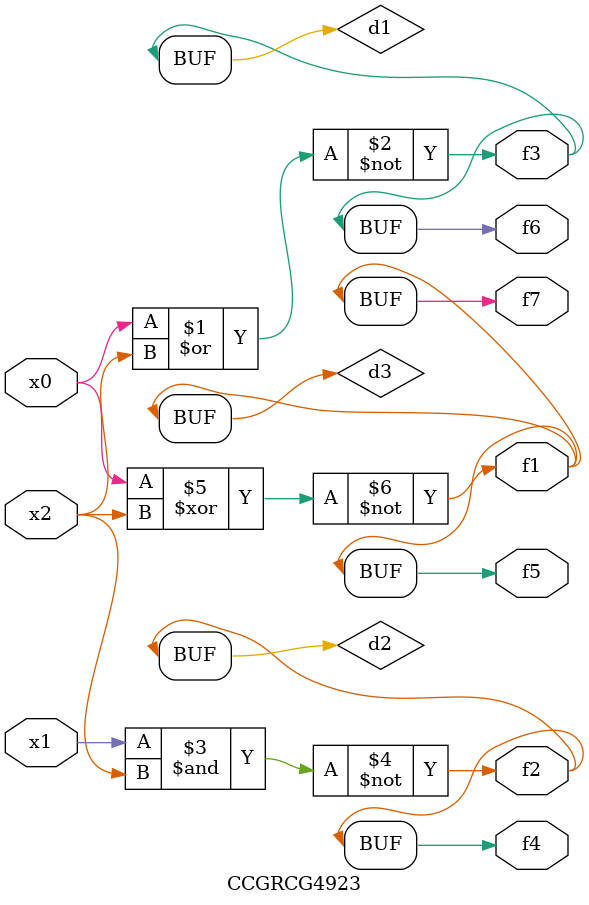
<source format=v>
module CCGRCG4923(
	input x0, x1, x2,
	output f1, f2, f3, f4, f5, f6, f7
);

	wire d1, d2, d3;

	nor (d1, x0, x2);
	nand (d2, x1, x2);
	xnor (d3, x0, x2);
	assign f1 = d3;
	assign f2 = d2;
	assign f3 = d1;
	assign f4 = d2;
	assign f5 = d3;
	assign f6 = d1;
	assign f7 = d3;
endmodule

</source>
